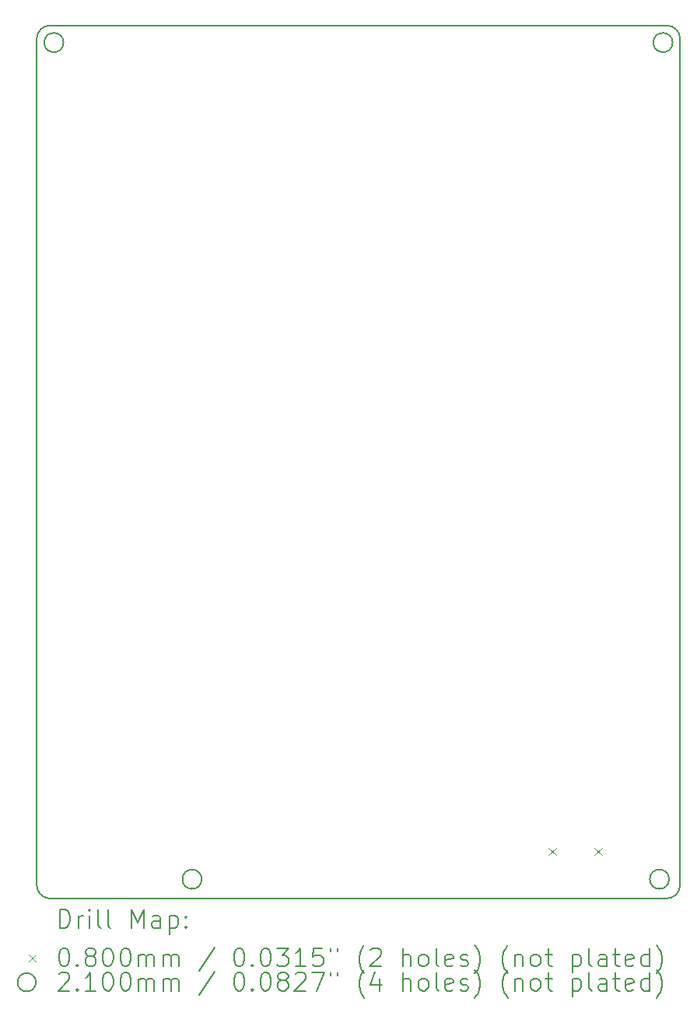
<source format=gbr>
%TF.GenerationSoftware,KiCad,Pcbnew,7.0.5*%
%TF.CreationDate,2023-07-07T20:14:55+07:00*%
%TF.ProjectId,Intership_board,496e7465-7273-4686-9970-5f626f617264,rev?*%
%TF.SameCoordinates,Original*%
%TF.FileFunction,Drillmap*%
%TF.FilePolarity,Positive*%
%FSLAX45Y45*%
G04 Gerber Fmt 4.5, Leading zero omitted, Abs format (unit mm)*
G04 Created by KiCad (PCBNEW 7.0.5) date 2023-07-07 20:14:55*
%MOMM*%
%LPD*%
G01*
G04 APERTURE LIST*
%ADD10C,0.200000*%
%ADD11C,0.080000*%
%ADD12C,0.210000*%
G04 APERTURE END LIST*
D10*
X9770661Y-14698798D02*
X3045642Y-14698798D01*
X9913620Y-5341638D02*
X9913620Y-14566718D01*
X3056339Y-5199562D02*
X9781540Y-5199562D01*
X2913562Y-14556021D02*
X2913562Y-5331642D01*
X9770661Y-14698798D02*
G75*
G03*
X9912919Y-14566718I668J141931D01*
G01*
X2913562Y-14556021D02*
G75*
G03*
X3045642Y-14698278I141931J-668D01*
G01*
X3056339Y-5199562D02*
G75*
G03*
X2914081Y-5331642I-668J-141931D01*
G01*
X9913620Y-5341638D02*
G75*
G03*
X9781540Y-5199380I-141931J668D01*
G01*
D11*
X8484500Y-14150537D02*
X8564500Y-14230537D01*
X8564500Y-14150537D02*
X8484500Y-14230537D01*
X8984500Y-14150537D02*
X9064500Y-14230537D01*
X9064500Y-14150537D02*
X8984500Y-14230537D01*
D12*
X3203800Y-5384800D02*
G75*
G03*
X3203800Y-5384800I-105000J0D01*
G01*
X4707700Y-14490700D02*
G75*
G03*
X4707700Y-14490700I-105000J0D01*
G01*
X9795100Y-14490700D02*
G75*
G03*
X9795100Y-14490700I-105000J0D01*
G01*
X9833200Y-5384800D02*
G75*
G03*
X9833200Y-5384800I-105000J0D01*
G01*
D10*
X3164337Y-15020283D02*
X3164337Y-14820283D01*
X3164337Y-14820283D02*
X3211956Y-14820283D01*
X3211956Y-14820283D02*
X3240528Y-14829807D01*
X3240528Y-14829807D02*
X3259576Y-14848854D01*
X3259576Y-14848854D02*
X3269099Y-14867902D01*
X3269099Y-14867902D02*
X3278623Y-14905997D01*
X3278623Y-14905997D02*
X3278623Y-14934569D01*
X3278623Y-14934569D02*
X3269099Y-14972664D01*
X3269099Y-14972664D02*
X3259576Y-14991712D01*
X3259576Y-14991712D02*
X3240528Y-15010759D01*
X3240528Y-15010759D02*
X3211956Y-15020283D01*
X3211956Y-15020283D02*
X3164337Y-15020283D01*
X3364337Y-15020283D02*
X3364337Y-14886950D01*
X3364337Y-14925045D02*
X3373861Y-14905997D01*
X3373861Y-14905997D02*
X3383385Y-14896473D01*
X3383385Y-14896473D02*
X3402433Y-14886950D01*
X3402433Y-14886950D02*
X3421480Y-14886950D01*
X3488147Y-15020283D02*
X3488147Y-14886950D01*
X3488147Y-14820283D02*
X3478623Y-14829807D01*
X3478623Y-14829807D02*
X3488147Y-14839331D01*
X3488147Y-14839331D02*
X3497671Y-14829807D01*
X3497671Y-14829807D02*
X3488147Y-14820283D01*
X3488147Y-14820283D02*
X3488147Y-14839331D01*
X3611956Y-15020283D02*
X3592909Y-15010759D01*
X3592909Y-15010759D02*
X3583385Y-14991712D01*
X3583385Y-14991712D02*
X3583385Y-14820283D01*
X3716718Y-15020283D02*
X3697671Y-15010759D01*
X3697671Y-15010759D02*
X3688147Y-14991712D01*
X3688147Y-14991712D02*
X3688147Y-14820283D01*
X3945290Y-15020283D02*
X3945290Y-14820283D01*
X3945290Y-14820283D02*
X4011957Y-14963140D01*
X4011957Y-14963140D02*
X4078623Y-14820283D01*
X4078623Y-14820283D02*
X4078623Y-15020283D01*
X4259576Y-15020283D02*
X4259576Y-14915521D01*
X4259576Y-14915521D02*
X4250052Y-14896473D01*
X4250052Y-14896473D02*
X4231004Y-14886950D01*
X4231004Y-14886950D02*
X4192909Y-14886950D01*
X4192909Y-14886950D02*
X4173861Y-14896473D01*
X4259576Y-15010759D02*
X4240528Y-15020283D01*
X4240528Y-15020283D02*
X4192909Y-15020283D01*
X4192909Y-15020283D02*
X4173861Y-15010759D01*
X4173861Y-15010759D02*
X4164337Y-14991712D01*
X4164337Y-14991712D02*
X4164337Y-14972664D01*
X4164337Y-14972664D02*
X4173861Y-14953616D01*
X4173861Y-14953616D02*
X4192909Y-14944093D01*
X4192909Y-14944093D02*
X4240528Y-14944093D01*
X4240528Y-14944093D02*
X4259576Y-14934569D01*
X4354814Y-14886950D02*
X4354814Y-15086950D01*
X4354814Y-14896473D02*
X4373861Y-14886950D01*
X4373861Y-14886950D02*
X4411957Y-14886950D01*
X4411957Y-14886950D02*
X4431004Y-14896473D01*
X4431004Y-14896473D02*
X4440528Y-14905997D01*
X4440528Y-14905997D02*
X4450052Y-14925045D01*
X4450052Y-14925045D02*
X4450052Y-14982188D01*
X4450052Y-14982188D02*
X4440528Y-15001235D01*
X4440528Y-15001235D02*
X4431004Y-15010759D01*
X4431004Y-15010759D02*
X4411957Y-15020283D01*
X4411957Y-15020283D02*
X4373861Y-15020283D01*
X4373861Y-15020283D02*
X4354814Y-15010759D01*
X4535766Y-15001235D02*
X4545290Y-15010759D01*
X4545290Y-15010759D02*
X4535766Y-15020283D01*
X4535766Y-15020283D02*
X4526242Y-15010759D01*
X4526242Y-15010759D02*
X4535766Y-15001235D01*
X4535766Y-15001235D02*
X4535766Y-15020283D01*
X4535766Y-14896473D02*
X4545290Y-14905997D01*
X4545290Y-14905997D02*
X4535766Y-14915521D01*
X4535766Y-14915521D02*
X4526242Y-14905997D01*
X4526242Y-14905997D02*
X4535766Y-14896473D01*
X4535766Y-14896473D02*
X4535766Y-14915521D01*
D11*
X2823561Y-15308799D02*
X2903561Y-15388799D01*
X2903561Y-15308799D02*
X2823561Y-15388799D01*
D10*
X3202433Y-15240283D02*
X3221480Y-15240283D01*
X3221480Y-15240283D02*
X3240528Y-15249807D01*
X3240528Y-15249807D02*
X3250052Y-15259331D01*
X3250052Y-15259331D02*
X3259576Y-15278378D01*
X3259576Y-15278378D02*
X3269099Y-15316473D01*
X3269099Y-15316473D02*
X3269099Y-15364093D01*
X3269099Y-15364093D02*
X3259576Y-15402188D01*
X3259576Y-15402188D02*
X3250052Y-15421235D01*
X3250052Y-15421235D02*
X3240528Y-15430759D01*
X3240528Y-15430759D02*
X3221480Y-15440283D01*
X3221480Y-15440283D02*
X3202433Y-15440283D01*
X3202433Y-15440283D02*
X3183385Y-15430759D01*
X3183385Y-15430759D02*
X3173861Y-15421235D01*
X3173861Y-15421235D02*
X3164337Y-15402188D01*
X3164337Y-15402188D02*
X3154814Y-15364093D01*
X3154814Y-15364093D02*
X3154814Y-15316473D01*
X3154814Y-15316473D02*
X3164337Y-15278378D01*
X3164337Y-15278378D02*
X3173861Y-15259331D01*
X3173861Y-15259331D02*
X3183385Y-15249807D01*
X3183385Y-15249807D02*
X3202433Y-15240283D01*
X3354814Y-15421235D02*
X3364337Y-15430759D01*
X3364337Y-15430759D02*
X3354814Y-15440283D01*
X3354814Y-15440283D02*
X3345290Y-15430759D01*
X3345290Y-15430759D02*
X3354814Y-15421235D01*
X3354814Y-15421235D02*
X3354814Y-15440283D01*
X3478623Y-15325997D02*
X3459576Y-15316473D01*
X3459576Y-15316473D02*
X3450052Y-15306950D01*
X3450052Y-15306950D02*
X3440528Y-15287902D01*
X3440528Y-15287902D02*
X3440528Y-15278378D01*
X3440528Y-15278378D02*
X3450052Y-15259331D01*
X3450052Y-15259331D02*
X3459576Y-15249807D01*
X3459576Y-15249807D02*
X3478623Y-15240283D01*
X3478623Y-15240283D02*
X3516718Y-15240283D01*
X3516718Y-15240283D02*
X3535766Y-15249807D01*
X3535766Y-15249807D02*
X3545290Y-15259331D01*
X3545290Y-15259331D02*
X3554814Y-15278378D01*
X3554814Y-15278378D02*
X3554814Y-15287902D01*
X3554814Y-15287902D02*
X3545290Y-15306950D01*
X3545290Y-15306950D02*
X3535766Y-15316473D01*
X3535766Y-15316473D02*
X3516718Y-15325997D01*
X3516718Y-15325997D02*
X3478623Y-15325997D01*
X3478623Y-15325997D02*
X3459576Y-15335521D01*
X3459576Y-15335521D02*
X3450052Y-15345045D01*
X3450052Y-15345045D02*
X3440528Y-15364093D01*
X3440528Y-15364093D02*
X3440528Y-15402188D01*
X3440528Y-15402188D02*
X3450052Y-15421235D01*
X3450052Y-15421235D02*
X3459576Y-15430759D01*
X3459576Y-15430759D02*
X3478623Y-15440283D01*
X3478623Y-15440283D02*
X3516718Y-15440283D01*
X3516718Y-15440283D02*
X3535766Y-15430759D01*
X3535766Y-15430759D02*
X3545290Y-15421235D01*
X3545290Y-15421235D02*
X3554814Y-15402188D01*
X3554814Y-15402188D02*
X3554814Y-15364093D01*
X3554814Y-15364093D02*
X3545290Y-15345045D01*
X3545290Y-15345045D02*
X3535766Y-15335521D01*
X3535766Y-15335521D02*
X3516718Y-15325997D01*
X3678623Y-15240283D02*
X3697671Y-15240283D01*
X3697671Y-15240283D02*
X3716718Y-15249807D01*
X3716718Y-15249807D02*
X3726242Y-15259331D01*
X3726242Y-15259331D02*
X3735766Y-15278378D01*
X3735766Y-15278378D02*
X3745290Y-15316473D01*
X3745290Y-15316473D02*
X3745290Y-15364093D01*
X3745290Y-15364093D02*
X3735766Y-15402188D01*
X3735766Y-15402188D02*
X3726242Y-15421235D01*
X3726242Y-15421235D02*
X3716718Y-15430759D01*
X3716718Y-15430759D02*
X3697671Y-15440283D01*
X3697671Y-15440283D02*
X3678623Y-15440283D01*
X3678623Y-15440283D02*
X3659576Y-15430759D01*
X3659576Y-15430759D02*
X3650052Y-15421235D01*
X3650052Y-15421235D02*
X3640528Y-15402188D01*
X3640528Y-15402188D02*
X3631004Y-15364093D01*
X3631004Y-15364093D02*
X3631004Y-15316473D01*
X3631004Y-15316473D02*
X3640528Y-15278378D01*
X3640528Y-15278378D02*
X3650052Y-15259331D01*
X3650052Y-15259331D02*
X3659576Y-15249807D01*
X3659576Y-15249807D02*
X3678623Y-15240283D01*
X3869099Y-15240283D02*
X3888147Y-15240283D01*
X3888147Y-15240283D02*
X3907195Y-15249807D01*
X3907195Y-15249807D02*
X3916718Y-15259331D01*
X3916718Y-15259331D02*
X3926242Y-15278378D01*
X3926242Y-15278378D02*
X3935766Y-15316473D01*
X3935766Y-15316473D02*
X3935766Y-15364093D01*
X3935766Y-15364093D02*
X3926242Y-15402188D01*
X3926242Y-15402188D02*
X3916718Y-15421235D01*
X3916718Y-15421235D02*
X3907195Y-15430759D01*
X3907195Y-15430759D02*
X3888147Y-15440283D01*
X3888147Y-15440283D02*
X3869099Y-15440283D01*
X3869099Y-15440283D02*
X3850052Y-15430759D01*
X3850052Y-15430759D02*
X3840528Y-15421235D01*
X3840528Y-15421235D02*
X3831004Y-15402188D01*
X3831004Y-15402188D02*
X3821480Y-15364093D01*
X3821480Y-15364093D02*
X3821480Y-15316473D01*
X3821480Y-15316473D02*
X3831004Y-15278378D01*
X3831004Y-15278378D02*
X3840528Y-15259331D01*
X3840528Y-15259331D02*
X3850052Y-15249807D01*
X3850052Y-15249807D02*
X3869099Y-15240283D01*
X4021480Y-15440283D02*
X4021480Y-15306950D01*
X4021480Y-15325997D02*
X4031004Y-15316473D01*
X4031004Y-15316473D02*
X4050052Y-15306950D01*
X4050052Y-15306950D02*
X4078623Y-15306950D01*
X4078623Y-15306950D02*
X4097671Y-15316473D01*
X4097671Y-15316473D02*
X4107195Y-15335521D01*
X4107195Y-15335521D02*
X4107195Y-15440283D01*
X4107195Y-15335521D02*
X4116718Y-15316473D01*
X4116718Y-15316473D02*
X4135766Y-15306950D01*
X4135766Y-15306950D02*
X4164337Y-15306950D01*
X4164337Y-15306950D02*
X4183385Y-15316473D01*
X4183385Y-15316473D02*
X4192909Y-15335521D01*
X4192909Y-15335521D02*
X4192909Y-15440283D01*
X4288147Y-15440283D02*
X4288147Y-15306950D01*
X4288147Y-15325997D02*
X4297671Y-15316473D01*
X4297671Y-15316473D02*
X4316719Y-15306950D01*
X4316719Y-15306950D02*
X4345290Y-15306950D01*
X4345290Y-15306950D02*
X4364338Y-15316473D01*
X4364338Y-15316473D02*
X4373861Y-15335521D01*
X4373861Y-15335521D02*
X4373861Y-15440283D01*
X4373861Y-15335521D02*
X4383385Y-15316473D01*
X4383385Y-15316473D02*
X4402433Y-15306950D01*
X4402433Y-15306950D02*
X4431004Y-15306950D01*
X4431004Y-15306950D02*
X4450052Y-15316473D01*
X4450052Y-15316473D02*
X4459576Y-15335521D01*
X4459576Y-15335521D02*
X4459576Y-15440283D01*
X4850052Y-15230759D02*
X4678623Y-15487902D01*
X5107195Y-15240283D02*
X5126243Y-15240283D01*
X5126243Y-15240283D02*
X5145290Y-15249807D01*
X5145290Y-15249807D02*
X5154814Y-15259331D01*
X5154814Y-15259331D02*
X5164338Y-15278378D01*
X5164338Y-15278378D02*
X5173862Y-15316473D01*
X5173862Y-15316473D02*
X5173862Y-15364093D01*
X5173862Y-15364093D02*
X5164338Y-15402188D01*
X5164338Y-15402188D02*
X5154814Y-15421235D01*
X5154814Y-15421235D02*
X5145290Y-15430759D01*
X5145290Y-15430759D02*
X5126243Y-15440283D01*
X5126243Y-15440283D02*
X5107195Y-15440283D01*
X5107195Y-15440283D02*
X5088147Y-15430759D01*
X5088147Y-15430759D02*
X5078623Y-15421235D01*
X5078623Y-15421235D02*
X5069100Y-15402188D01*
X5069100Y-15402188D02*
X5059576Y-15364093D01*
X5059576Y-15364093D02*
X5059576Y-15316473D01*
X5059576Y-15316473D02*
X5069100Y-15278378D01*
X5069100Y-15278378D02*
X5078623Y-15259331D01*
X5078623Y-15259331D02*
X5088147Y-15249807D01*
X5088147Y-15249807D02*
X5107195Y-15240283D01*
X5259576Y-15421235D02*
X5269100Y-15430759D01*
X5269100Y-15430759D02*
X5259576Y-15440283D01*
X5259576Y-15440283D02*
X5250052Y-15430759D01*
X5250052Y-15430759D02*
X5259576Y-15421235D01*
X5259576Y-15421235D02*
X5259576Y-15440283D01*
X5392909Y-15240283D02*
X5411957Y-15240283D01*
X5411957Y-15240283D02*
X5431004Y-15249807D01*
X5431004Y-15249807D02*
X5440528Y-15259331D01*
X5440528Y-15259331D02*
X5450052Y-15278378D01*
X5450052Y-15278378D02*
X5459576Y-15316473D01*
X5459576Y-15316473D02*
X5459576Y-15364093D01*
X5459576Y-15364093D02*
X5450052Y-15402188D01*
X5450052Y-15402188D02*
X5440528Y-15421235D01*
X5440528Y-15421235D02*
X5431004Y-15430759D01*
X5431004Y-15430759D02*
X5411957Y-15440283D01*
X5411957Y-15440283D02*
X5392909Y-15440283D01*
X5392909Y-15440283D02*
X5373862Y-15430759D01*
X5373862Y-15430759D02*
X5364338Y-15421235D01*
X5364338Y-15421235D02*
X5354814Y-15402188D01*
X5354814Y-15402188D02*
X5345290Y-15364093D01*
X5345290Y-15364093D02*
X5345290Y-15316473D01*
X5345290Y-15316473D02*
X5354814Y-15278378D01*
X5354814Y-15278378D02*
X5364338Y-15259331D01*
X5364338Y-15259331D02*
X5373862Y-15249807D01*
X5373862Y-15249807D02*
X5392909Y-15240283D01*
X5526243Y-15240283D02*
X5650052Y-15240283D01*
X5650052Y-15240283D02*
X5583385Y-15316473D01*
X5583385Y-15316473D02*
X5611957Y-15316473D01*
X5611957Y-15316473D02*
X5631004Y-15325997D01*
X5631004Y-15325997D02*
X5640528Y-15335521D01*
X5640528Y-15335521D02*
X5650052Y-15354569D01*
X5650052Y-15354569D02*
X5650052Y-15402188D01*
X5650052Y-15402188D02*
X5640528Y-15421235D01*
X5640528Y-15421235D02*
X5631004Y-15430759D01*
X5631004Y-15430759D02*
X5611957Y-15440283D01*
X5611957Y-15440283D02*
X5554814Y-15440283D01*
X5554814Y-15440283D02*
X5535766Y-15430759D01*
X5535766Y-15430759D02*
X5526243Y-15421235D01*
X5840528Y-15440283D02*
X5726242Y-15440283D01*
X5783385Y-15440283D02*
X5783385Y-15240283D01*
X5783385Y-15240283D02*
X5764338Y-15268854D01*
X5764338Y-15268854D02*
X5745290Y-15287902D01*
X5745290Y-15287902D02*
X5726242Y-15297426D01*
X6021481Y-15240283D02*
X5926242Y-15240283D01*
X5926242Y-15240283D02*
X5916719Y-15335521D01*
X5916719Y-15335521D02*
X5926242Y-15325997D01*
X5926242Y-15325997D02*
X5945290Y-15316473D01*
X5945290Y-15316473D02*
X5992909Y-15316473D01*
X5992909Y-15316473D02*
X6011957Y-15325997D01*
X6011957Y-15325997D02*
X6021481Y-15335521D01*
X6021481Y-15335521D02*
X6031004Y-15354569D01*
X6031004Y-15354569D02*
X6031004Y-15402188D01*
X6031004Y-15402188D02*
X6021481Y-15421235D01*
X6021481Y-15421235D02*
X6011957Y-15430759D01*
X6011957Y-15430759D02*
X5992909Y-15440283D01*
X5992909Y-15440283D02*
X5945290Y-15440283D01*
X5945290Y-15440283D02*
X5926242Y-15430759D01*
X5926242Y-15430759D02*
X5916719Y-15421235D01*
X6107195Y-15240283D02*
X6107195Y-15278378D01*
X6183385Y-15240283D02*
X6183385Y-15278378D01*
X6478624Y-15516473D02*
X6469100Y-15506950D01*
X6469100Y-15506950D02*
X6450052Y-15478378D01*
X6450052Y-15478378D02*
X6440528Y-15459331D01*
X6440528Y-15459331D02*
X6431004Y-15430759D01*
X6431004Y-15430759D02*
X6421481Y-15383140D01*
X6421481Y-15383140D02*
X6421481Y-15345045D01*
X6421481Y-15345045D02*
X6431004Y-15297426D01*
X6431004Y-15297426D02*
X6440528Y-15268854D01*
X6440528Y-15268854D02*
X6450052Y-15249807D01*
X6450052Y-15249807D02*
X6469100Y-15221235D01*
X6469100Y-15221235D02*
X6478624Y-15211712D01*
X6545290Y-15259331D02*
X6554814Y-15249807D01*
X6554814Y-15249807D02*
X6573862Y-15240283D01*
X6573862Y-15240283D02*
X6621481Y-15240283D01*
X6621481Y-15240283D02*
X6640528Y-15249807D01*
X6640528Y-15249807D02*
X6650052Y-15259331D01*
X6650052Y-15259331D02*
X6659576Y-15278378D01*
X6659576Y-15278378D02*
X6659576Y-15297426D01*
X6659576Y-15297426D02*
X6650052Y-15325997D01*
X6650052Y-15325997D02*
X6535766Y-15440283D01*
X6535766Y-15440283D02*
X6659576Y-15440283D01*
X6897671Y-15440283D02*
X6897671Y-15240283D01*
X6983385Y-15440283D02*
X6983385Y-15335521D01*
X6983385Y-15335521D02*
X6973862Y-15316473D01*
X6973862Y-15316473D02*
X6954814Y-15306950D01*
X6954814Y-15306950D02*
X6926243Y-15306950D01*
X6926243Y-15306950D02*
X6907195Y-15316473D01*
X6907195Y-15316473D02*
X6897671Y-15325997D01*
X7107195Y-15440283D02*
X7088147Y-15430759D01*
X7088147Y-15430759D02*
X7078624Y-15421235D01*
X7078624Y-15421235D02*
X7069100Y-15402188D01*
X7069100Y-15402188D02*
X7069100Y-15345045D01*
X7069100Y-15345045D02*
X7078624Y-15325997D01*
X7078624Y-15325997D02*
X7088147Y-15316473D01*
X7088147Y-15316473D02*
X7107195Y-15306950D01*
X7107195Y-15306950D02*
X7135766Y-15306950D01*
X7135766Y-15306950D02*
X7154814Y-15316473D01*
X7154814Y-15316473D02*
X7164338Y-15325997D01*
X7164338Y-15325997D02*
X7173862Y-15345045D01*
X7173862Y-15345045D02*
X7173862Y-15402188D01*
X7173862Y-15402188D02*
X7164338Y-15421235D01*
X7164338Y-15421235D02*
X7154814Y-15430759D01*
X7154814Y-15430759D02*
X7135766Y-15440283D01*
X7135766Y-15440283D02*
X7107195Y-15440283D01*
X7288147Y-15440283D02*
X7269100Y-15430759D01*
X7269100Y-15430759D02*
X7259576Y-15411712D01*
X7259576Y-15411712D02*
X7259576Y-15240283D01*
X7440528Y-15430759D02*
X7421481Y-15440283D01*
X7421481Y-15440283D02*
X7383385Y-15440283D01*
X7383385Y-15440283D02*
X7364338Y-15430759D01*
X7364338Y-15430759D02*
X7354814Y-15411712D01*
X7354814Y-15411712D02*
X7354814Y-15335521D01*
X7354814Y-15335521D02*
X7364338Y-15316473D01*
X7364338Y-15316473D02*
X7383385Y-15306950D01*
X7383385Y-15306950D02*
X7421481Y-15306950D01*
X7421481Y-15306950D02*
X7440528Y-15316473D01*
X7440528Y-15316473D02*
X7450052Y-15335521D01*
X7450052Y-15335521D02*
X7450052Y-15354569D01*
X7450052Y-15354569D02*
X7354814Y-15373616D01*
X7526243Y-15430759D02*
X7545290Y-15440283D01*
X7545290Y-15440283D02*
X7583385Y-15440283D01*
X7583385Y-15440283D02*
X7602433Y-15430759D01*
X7602433Y-15430759D02*
X7611957Y-15411712D01*
X7611957Y-15411712D02*
X7611957Y-15402188D01*
X7611957Y-15402188D02*
X7602433Y-15383140D01*
X7602433Y-15383140D02*
X7583385Y-15373616D01*
X7583385Y-15373616D02*
X7554814Y-15373616D01*
X7554814Y-15373616D02*
X7535766Y-15364093D01*
X7535766Y-15364093D02*
X7526243Y-15345045D01*
X7526243Y-15345045D02*
X7526243Y-15335521D01*
X7526243Y-15335521D02*
X7535766Y-15316473D01*
X7535766Y-15316473D02*
X7554814Y-15306950D01*
X7554814Y-15306950D02*
X7583385Y-15306950D01*
X7583385Y-15306950D02*
X7602433Y-15316473D01*
X7678624Y-15516473D02*
X7688147Y-15506950D01*
X7688147Y-15506950D02*
X7707195Y-15478378D01*
X7707195Y-15478378D02*
X7716719Y-15459331D01*
X7716719Y-15459331D02*
X7726243Y-15430759D01*
X7726243Y-15430759D02*
X7735766Y-15383140D01*
X7735766Y-15383140D02*
X7735766Y-15345045D01*
X7735766Y-15345045D02*
X7726243Y-15297426D01*
X7726243Y-15297426D02*
X7716719Y-15268854D01*
X7716719Y-15268854D02*
X7707195Y-15249807D01*
X7707195Y-15249807D02*
X7688147Y-15221235D01*
X7688147Y-15221235D02*
X7678624Y-15211712D01*
X8040528Y-15516473D02*
X8031005Y-15506950D01*
X8031005Y-15506950D02*
X8011957Y-15478378D01*
X8011957Y-15478378D02*
X8002433Y-15459331D01*
X8002433Y-15459331D02*
X7992909Y-15430759D01*
X7992909Y-15430759D02*
X7983386Y-15383140D01*
X7983386Y-15383140D02*
X7983386Y-15345045D01*
X7983386Y-15345045D02*
X7992909Y-15297426D01*
X7992909Y-15297426D02*
X8002433Y-15268854D01*
X8002433Y-15268854D02*
X8011957Y-15249807D01*
X8011957Y-15249807D02*
X8031005Y-15221235D01*
X8031005Y-15221235D02*
X8040528Y-15211712D01*
X8116719Y-15306950D02*
X8116719Y-15440283D01*
X8116719Y-15325997D02*
X8126243Y-15316473D01*
X8126243Y-15316473D02*
X8145290Y-15306950D01*
X8145290Y-15306950D02*
X8173862Y-15306950D01*
X8173862Y-15306950D02*
X8192909Y-15316473D01*
X8192909Y-15316473D02*
X8202433Y-15335521D01*
X8202433Y-15335521D02*
X8202433Y-15440283D01*
X8326243Y-15440283D02*
X8307195Y-15430759D01*
X8307195Y-15430759D02*
X8297671Y-15421235D01*
X8297671Y-15421235D02*
X8288147Y-15402188D01*
X8288147Y-15402188D02*
X8288147Y-15345045D01*
X8288147Y-15345045D02*
X8297671Y-15325997D01*
X8297671Y-15325997D02*
X8307195Y-15316473D01*
X8307195Y-15316473D02*
X8326243Y-15306950D01*
X8326243Y-15306950D02*
X8354814Y-15306950D01*
X8354814Y-15306950D02*
X8373862Y-15316473D01*
X8373862Y-15316473D02*
X8383386Y-15325997D01*
X8383386Y-15325997D02*
X8392909Y-15345045D01*
X8392909Y-15345045D02*
X8392909Y-15402188D01*
X8392909Y-15402188D02*
X8383386Y-15421235D01*
X8383386Y-15421235D02*
X8373862Y-15430759D01*
X8373862Y-15430759D02*
X8354814Y-15440283D01*
X8354814Y-15440283D02*
X8326243Y-15440283D01*
X8450052Y-15306950D02*
X8526243Y-15306950D01*
X8478624Y-15240283D02*
X8478624Y-15411712D01*
X8478624Y-15411712D02*
X8488148Y-15430759D01*
X8488148Y-15430759D02*
X8507195Y-15440283D01*
X8507195Y-15440283D02*
X8526243Y-15440283D01*
X8745290Y-15306950D02*
X8745290Y-15506950D01*
X8745290Y-15316473D02*
X8764338Y-15306950D01*
X8764338Y-15306950D02*
X8802433Y-15306950D01*
X8802433Y-15306950D02*
X8821481Y-15316473D01*
X8821481Y-15316473D02*
X8831005Y-15325997D01*
X8831005Y-15325997D02*
X8840529Y-15345045D01*
X8840529Y-15345045D02*
X8840529Y-15402188D01*
X8840529Y-15402188D02*
X8831005Y-15421235D01*
X8831005Y-15421235D02*
X8821481Y-15430759D01*
X8821481Y-15430759D02*
X8802433Y-15440283D01*
X8802433Y-15440283D02*
X8764338Y-15440283D01*
X8764338Y-15440283D02*
X8745290Y-15430759D01*
X8954814Y-15440283D02*
X8935767Y-15430759D01*
X8935767Y-15430759D02*
X8926243Y-15411712D01*
X8926243Y-15411712D02*
X8926243Y-15240283D01*
X9116719Y-15440283D02*
X9116719Y-15335521D01*
X9116719Y-15335521D02*
X9107195Y-15316473D01*
X9107195Y-15316473D02*
X9088148Y-15306950D01*
X9088148Y-15306950D02*
X9050052Y-15306950D01*
X9050052Y-15306950D02*
X9031005Y-15316473D01*
X9116719Y-15430759D02*
X9097671Y-15440283D01*
X9097671Y-15440283D02*
X9050052Y-15440283D01*
X9050052Y-15440283D02*
X9031005Y-15430759D01*
X9031005Y-15430759D02*
X9021481Y-15411712D01*
X9021481Y-15411712D02*
X9021481Y-15392664D01*
X9021481Y-15392664D02*
X9031005Y-15373616D01*
X9031005Y-15373616D02*
X9050052Y-15364093D01*
X9050052Y-15364093D02*
X9097671Y-15364093D01*
X9097671Y-15364093D02*
X9116719Y-15354569D01*
X9183386Y-15306950D02*
X9259576Y-15306950D01*
X9211957Y-15240283D02*
X9211957Y-15411712D01*
X9211957Y-15411712D02*
X9221481Y-15430759D01*
X9221481Y-15430759D02*
X9240529Y-15440283D01*
X9240529Y-15440283D02*
X9259576Y-15440283D01*
X9402433Y-15430759D02*
X9383386Y-15440283D01*
X9383386Y-15440283D02*
X9345290Y-15440283D01*
X9345290Y-15440283D02*
X9326243Y-15430759D01*
X9326243Y-15430759D02*
X9316719Y-15411712D01*
X9316719Y-15411712D02*
X9316719Y-15335521D01*
X9316719Y-15335521D02*
X9326243Y-15316473D01*
X9326243Y-15316473D02*
X9345290Y-15306950D01*
X9345290Y-15306950D02*
X9383386Y-15306950D01*
X9383386Y-15306950D02*
X9402433Y-15316473D01*
X9402433Y-15316473D02*
X9411957Y-15335521D01*
X9411957Y-15335521D02*
X9411957Y-15354569D01*
X9411957Y-15354569D02*
X9316719Y-15373616D01*
X9583386Y-15440283D02*
X9583386Y-15240283D01*
X9583386Y-15430759D02*
X9564338Y-15440283D01*
X9564338Y-15440283D02*
X9526243Y-15440283D01*
X9526243Y-15440283D02*
X9507195Y-15430759D01*
X9507195Y-15430759D02*
X9497671Y-15421235D01*
X9497671Y-15421235D02*
X9488148Y-15402188D01*
X9488148Y-15402188D02*
X9488148Y-15345045D01*
X9488148Y-15345045D02*
X9497671Y-15325997D01*
X9497671Y-15325997D02*
X9507195Y-15316473D01*
X9507195Y-15316473D02*
X9526243Y-15306950D01*
X9526243Y-15306950D02*
X9564338Y-15306950D01*
X9564338Y-15306950D02*
X9583386Y-15316473D01*
X9659576Y-15516473D02*
X9669100Y-15506950D01*
X9669100Y-15506950D02*
X9688148Y-15478378D01*
X9688148Y-15478378D02*
X9697671Y-15459331D01*
X9697671Y-15459331D02*
X9707195Y-15430759D01*
X9707195Y-15430759D02*
X9716719Y-15383140D01*
X9716719Y-15383140D02*
X9716719Y-15345045D01*
X9716719Y-15345045D02*
X9707195Y-15297426D01*
X9707195Y-15297426D02*
X9697671Y-15268854D01*
X9697671Y-15268854D02*
X9688148Y-15249807D01*
X9688148Y-15249807D02*
X9669100Y-15221235D01*
X9669100Y-15221235D02*
X9659576Y-15211712D01*
X2903561Y-15612799D02*
G75*
G03*
X2903561Y-15612799I-100000J0D01*
G01*
X3154814Y-15523331D02*
X3164337Y-15513807D01*
X3164337Y-15513807D02*
X3183385Y-15504283D01*
X3183385Y-15504283D02*
X3231004Y-15504283D01*
X3231004Y-15504283D02*
X3250052Y-15513807D01*
X3250052Y-15513807D02*
X3259576Y-15523331D01*
X3259576Y-15523331D02*
X3269099Y-15542378D01*
X3269099Y-15542378D02*
X3269099Y-15561426D01*
X3269099Y-15561426D02*
X3259576Y-15589997D01*
X3259576Y-15589997D02*
X3145290Y-15704283D01*
X3145290Y-15704283D02*
X3269099Y-15704283D01*
X3354814Y-15685235D02*
X3364337Y-15694759D01*
X3364337Y-15694759D02*
X3354814Y-15704283D01*
X3354814Y-15704283D02*
X3345290Y-15694759D01*
X3345290Y-15694759D02*
X3354814Y-15685235D01*
X3354814Y-15685235D02*
X3354814Y-15704283D01*
X3554814Y-15704283D02*
X3440528Y-15704283D01*
X3497671Y-15704283D02*
X3497671Y-15504283D01*
X3497671Y-15504283D02*
X3478623Y-15532854D01*
X3478623Y-15532854D02*
X3459576Y-15551902D01*
X3459576Y-15551902D02*
X3440528Y-15561426D01*
X3678623Y-15504283D02*
X3697671Y-15504283D01*
X3697671Y-15504283D02*
X3716718Y-15513807D01*
X3716718Y-15513807D02*
X3726242Y-15523331D01*
X3726242Y-15523331D02*
X3735766Y-15542378D01*
X3735766Y-15542378D02*
X3745290Y-15580473D01*
X3745290Y-15580473D02*
X3745290Y-15628093D01*
X3745290Y-15628093D02*
X3735766Y-15666188D01*
X3735766Y-15666188D02*
X3726242Y-15685235D01*
X3726242Y-15685235D02*
X3716718Y-15694759D01*
X3716718Y-15694759D02*
X3697671Y-15704283D01*
X3697671Y-15704283D02*
X3678623Y-15704283D01*
X3678623Y-15704283D02*
X3659576Y-15694759D01*
X3659576Y-15694759D02*
X3650052Y-15685235D01*
X3650052Y-15685235D02*
X3640528Y-15666188D01*
X3640528Y-15666188D02*
X3631004Y-15628093D01*
X3631004Y-15628093D02*
X3631004Y-15580473D01*
X3631004Y-15580473D02*
X3640528Y-15542378D01*
X3640528Y-15542378D02*
X3650052Y-15523331D01*
X3650052Y-15523331D02*
X3659576Y-15513807D01*
X3659576Y-15513807D02*
X3678623Y-15504283D01*
X3869099Y-15504283D02*
X3888147Y-15504283D01*
X3888147Y-15504283D02*
X3907195Y-15513807D01*
X3907195Y-15513807D02*
X3916718Y-15523331D01*
X3916718Y-15523331D02*
X3926242Y-15542378D01*
X3926242Y-15542378D02*
X3935766Y-15580473D01*
X3935766Y-15580473D02*
X3935766Y-15628093D01*
X3935766Y-15628093D02*
X3926242Y-15666188D01*
X3926242Y-15666188D02*
X3916718Y-15685235D01*
X3916718Y-15685235D02*
X3907195Y-15694759D01*
X3907195Y-15694759D02*
X3888147Y-15704283D01*
X3888147Y-15704283D02*
X3869099Y-15704283D01*
X3869099Y-15704283D02*
X3850052Y-15694759D01*
X3850052Y-15694759D02*
X3840528Y-15685235D01*
X3840528Y-15685235D02*
X3831004Y-15666188D01*
X3831004Y-15666188D02*
X3821480Y-15628093D01*
X3821480Y-15628093D02*
X3821480Y-15580473D01*
X3821480Y-15580473D02*
X3831004Y-15542378D01*
X3831004Y-15542378D02*
X3840528Y-15523331D01*
X3840528Y-15523331D02*
X3850052Y-15513807D01*
X3850052Y-15513807D02*
X3869099Y-15504283D01*
X4021480Y-15704283D02*
X4021480Y-15570950D01*
X4021480Y-15589997D02*
X4031004Y-15580473D01*
X4031004Y-15580473D02*
X4050052Y-15570950D01*
X4050052Y-15570950D02*
X4078623Y-15570950D01*
X4078623Y-15570950D02*
X4097671Y-15580473D01*
X4097671Y-15580473D02*
X4107195Y-15599521D01*
X4107195Y-15599521D02*
X4107195Y-15704283D01*
X4107195Y-15599521D02*
X4116718Y-15580473D01*
X4116718Y-15580473D02*
X4135766Y-15570950D01*
X4135766Y-15570950D02*
X4164337Y-15570950D01*
X4164337Y-15570950D02*
X4183385Y-15580473D01*
X4183385Y-15580473D02*
X4192909Y-15599521D01*
X4192909Y-15599521D02*
X4192909Y-15704283D01*
X4288147Y-15704283D02*
X4288147Y-15570950D01*
X4288147Y-15589997D02*
X4297671Y-15580473D01*
X4297671Y-15580473D02*
X4316719Y-15570950D01*
X4316719Y-15570950D02*
X4345290Y-15570950D01*
X4345290Y-15570950D02*
X4364338Y-15580473D01*
X4364338Y-15580473D02*
X4373861Y-15599521D01*
X4373861Y-15599521D02*
X4373861Y-15704283D01*
X4373861Y-15599521D02*
X4383385Y-15580473D01*
X4383385Y-15580473D02*
X4402433Y-15570950D01*
X4402433Y-15570950D02*
X4431004Y-15570950D01*
X4431004Y-15570950D02*
X4450052Y-15580473D01*
X4450052Y-15580473D02*
X4459576Y-15599521D01*
X4459576Y-15599521D02*
X4459576Y-15704283D01*
X4850052Y-15494759D02*
X4678623Y-15751902D01*
X5107195Y-15504283D02*
X5126243Y-15504283D01*
X5126243Y-15504283D02*
X5145290Y-15513807D01*
X5145290Y-15513807D02*
X5154814Y-15523331D01*
X5154814Y-15523331D02*
X5164338Y-15542378D01*
X5164338Y-15542378D02*
X5173862Y-15580473D01*
X5173862Y-15580473D02*
X5173862Y-15628093D01*
X5173862Y-15628093D02*
X5164338Y-15666188D01*
X5164338Y-15666188D02*
X5154814Y-15685235D01*
X5154814Y-15685235D02*
X5145290Y-15694759D01*
X5145290Y-15694759D02*
X5126243Y-15704283D01*
X5126243Y-15704283D02*
X5107195Y-15704283D01*
X5107195Y-15704283D02*
X5088147Y-15694759D01*
X5088147Y-15694759D02*
X5078623Y-15685235D01*
X5078623Y-15685235D02*
X5069100Y-15666188D01*
X5069100Y-15666188D02*
X5059576Y-15628093D01*
X5059576Y-15628093D02*
X5059576Y-15580473D01*
X5059576Y-15580473D02*
X5069100Y-15542378D01*
X5069100Y-15542378D02*
X5078623Y-15523331D01*
X5078623Y-15523331D02*
X5088147Y-15513807D01*
X5088147Y-15513807D02*
X5107195Y-15504283D01*
X5259576Y-15685235D02*
X5269100Y-15694759D01*
X5269100Y-15694759D02*
X5259576Y-15704283D01*
X5259576Y-15704283D02*
X5250052Y-15694759D01*
X5250052Y-15694759D02*
X5259576Y-15685235D01*
X5259576Y-15685235D02*
X5259576Y-15704283D01*
X5392909Y-15504283D02*
X5411957Y-15504283D01*
X5411957Y-15504283D02*
X5431004Y-15513807D01*
X5431004Y-15513807D02*
X5440528Y-15523331D01*
X5440528Y-15523331D02*
X5450052Y-15542378D01*
X5450052Y-15542378D02*
X5459576Y-15580473D01*
X5459576Y-15580473D02*
X5459576Y-15628093D01*
X5459576Y-15628093D02*
X5450052Y-15666188D01*
X5450052Y-15666188D02*
X5440528Y-15685235D01*
X5440528Y-15685235D02*
X5431004Y-15694759D01*
X5431004Y-15694759D02*
X5411957Y-15704283D01*
X5411957Y-15704283D02*
X5392909Y-15704283D01*
X5392909Y-15704283D02*
X5373862Y-15694759D01*
X5373862Y-15694759D02*
X5364338Y-15685235D01*
X5364338Y-15685235D02*
X5354814Y-15666188D01*
X5354814Y-15666188D02*
X5345290Y-15628093D01*
X5345290Y-15628093D02*
X5345290Y-15580473D01*
X5345290Y-15580473D02*
X5354814Y-15542378D01*
X5354814Y-15542378D02*
X5364338Y-15523331D01*
X5364338Y-15523331D02*
X5373862Y-15513807D01*
X5373862Y-15513807D02*
X5392909Y-15504283D01*
X5573862Y-15589997D02*
X5554814Y-15580473D01*
X5554814Y-15580473D02*
X5545290Y-15570950D01*
X5545290Y-15570950D02*
X5535766Y-15551902D01*
X5535766Y-15551902D02*
X5535766Y-15542378D01*
X5535766Y-15542378D02*
X5545290Y-15523331D01*
X5545290Y-15523331D02*
X5554814Y-15513807D01*
X5554814Y-15513807D02*
X5573862Y-15504283D01*
X5573862Y-15504283D02*
X5611957Y-15504283D01*
X5611957Y-15504283D02*
X5631004Y-15513807D01*
X5631004Y-15513807D02*
X5640528Y-15523331D01*
X5640528Y-15523331D02*
X5650052Y-15542378D01*
X5650052Y-15542378D02*
X5650052Y-15551902D01*
X5650052Y-15551902D02*
X5640528Y-15570950D01*
X5640528Y-15570950D02*
X5631004Y-15580473D01*
X5631004Y-15580473D02*
X5611957Y-15589997D01*
X5611957Y-15589997D02*
X5573862Y-15589997D01*
X5573862Y-15589997D02*
X5554814Y-15599521D01*
X5554814Y-15599521D02*
X5545290Y-15609045D01*
X5545290Y-15609045D02*
X5535766Y-15628093D01*
X5535766Y-15628093D02*
X5535766Y-15666188D01*
X5535766Y-15666188D02*
X5545290Y-15685235D01*
X5545290Y-15685235D02*
X5554814Y-15694759D01*
X5554814Y-15694759D02*
X5573862Y-15704283D01*
X5573862Y-15704283D02*
X5611957Y-15704283D01*
X5611957Y-15704283D02*
X5631004Y-15694759D01*
X5631004Y-15694759D02*
X5640528Y-15685235D01*
X5640528Y-15685235D02*
X5650052Y-15666188D01*
X5650052Y-15666188D02*
X5650052Y-15628093D01*
X5650052Y-15628093D02*
X5640528Y-15609045D01*
X5640528Y-15609045D02*
X5631004Y-15599521D01*
X5631004Y-15599521D02*
X5611957Y-15589997D01*
X5726242Y-15523331D02*
X5735766Y-15513807D01*
X5735766Y-15513807D02*
X5754814Y-15504283D01*
X5754814Y-15504283D02*
X5802433Y-15504283D01*
X5802433Y-15504283D02*
X5821481Y-15513807D01*
X5821481Y-15513807D02*
X5831004Y-15523331D01*
X5831004Y-15523331D02*
X5840528Y-15542378D01*
X5840528Y-15542378D02*
X5840528Y-15561426D01*
X5840528Y-15561426D02*
X5831004Y-15589997D01*
X5831004Y-15589997D02*
X5716719Y-15704283D01*
X5716719Y-15704283D02*
X5840528Y-15704283D01*
X5907195Y-15504283D02*
X6040528Y-15504283D01*
X6040528Y-15504283D02*
X5954814Y-15704283D01*
X6107195Y-15504283D02*
X6107195Y-15542378D01*
X6183385Y-15504283D02*
X6183385Y-15542378D01*
X6478624Y-15780473D02*
X6469100Y-15770950D01*
X6469100Y-15770950D02*
X6450052Y-15742378D01*
X6450052Y-15742378D02*
X6440528Y-15723331D01*
X6440528Y-15723331D02*
X6431004Y-15694759D01*
X6431004Y-15694759D02*
X6421481Y-15647140D01*
X6421481Y-15647140D02*
X6421481Y-15609045D01*
X6421481Y-15609045D02*
X6431004Y-15561426D01*
X6431004Y-15561426D02*
X6440528Y-15532854D01*
X6440528Y-15532854D02*
X6450052Y-15513807D01*
X6450052Y-15513807D02*
X6469100Y-15485235D01*
X6469100Y-15485235D02*
X6478624Y-15475712D01*
X6640528Y-15570950D02*
X6640528Y-15704283D01*
X6592909Y-15494759D02*
X6545290Y-15637616D01*
X6545290Y-15637616D02*
X6669100Y-15637616D01*
X6897671Y-15704283D02*
X6897671Y-15504283D01*
X6983385Y-15704283D02*
X6983385Y-15599521D01*
X6983385Y-15599521D02*
X6973862Y-15580473D01*
X6973862Y-15580473D02*
X6954814Y-15570950D01*
X6954814Y-15570950D02*
X6926243Y-15570950D01*
X6926243Y-15570950D02*
X6907195Y-15580473D01*
X6907195Y-15580473D02*
X6897671Y-15589997D01*
X7107195Y-15704283D02*
X7088147Y-15694759D01*
X7088147Y-15694759D02*
X7078624Y-15685235D01*
X7078624Y-15685235D02*
X7069100Y-15666188D01*
X7069100Y-15666188D02*
X7069100Y-15609045D01*
X7069100Y-15609045D02*
X7078624Y-15589997D01*
X7078624Y-15589997D02*
X7088147Y-15580473D01*
X7088147Y-15580473D02*
X7107195Y-15570950D01*
X7107195Y-15570950D02*
X7135766Y-15570950D01*
X7135766Y-15570950D02*
X7154814Y-15580473D01*
X7154814Y-15580473D02*
X7164338Y-15589997D01*
X7164338Y-15589997D02*
X7173862Y-15609045D01*
X7173862Y-15609045D02*
X7173862Y-15666188D01*
X7173862Y-15666188D02*
X7164338Y-15685235D01*
X7164338Y-15685235D02*
X7154814Y-15694759D01*
X7154814Y-15694759D02*
X7135766Y-15704283D01*
X7135766Y-15704283D02*
X7107195Y-15704283D01*
X7288147Y-15704283D02*
X7269100Y-15694759D01*
X7269100Y-15694759D02*
X7259576Y-15675712D01*
X7259576Y-15675712D02*
X7259576Y-15504283D01*
X7440528Y-15694759D02*
X7421481Y-15704283D01*
X7421481Y-15704283D02*
X7383385Y-15704283D01*
X7383385Y-15704283D02*
X7364338Y-15694759D01*
X7364338Y-15694759D02*
X7354814Y-15675712D01*
X7354814Y-15675712D02*
X7354814Y-15599521D01*
X7354814Y-15599521D02*
X7364338Y-15580473D01*
X7364338Y-15580473D02*
X7383385Y-15570950D01*
X7383385Y-15570950D02*
X7421481Y-15570950D01*
X7421481Y-15570950D02*
X7440528Y-15580473D01*
X7440528Y-15580473D02*
X7450052Y-15599521D01*
X7450052Y-15599521D02*
X7450052Y-15618569D01*
X7450052Y-15618569D02*
X7354814Y-15637616D01*
X7526243Y-15694759D02*
X7545290Y-15704283D01*
X7545290Y-15704283D02*
X7583385Y-15704283D01*
X7583385Y-15704283D02*
X7602433Y-15694759D01*
X7602433Y-15694759D02*
X7611957Y-15675712D01*
X7611957Y-15675712D02*
X7611957Y-15666188D01*
X7611957Y-15666188D02*
X7602433Y-15647140D01*
X7602433Y-15647140D02*
X7583385Y-15637616D01*
X7583385Y-15637616D02*
X7554814Y-15637616D01*
X7554814Y-15637616D02*
X7535766Y-15628093D01*
X7535766Y-15628093D02*
X7526243Y-15609045D01*
X7526243Y-15609045D02*
X7526243Y-15599521D01*
X7526243Y-15599521D02*
X7535766Y-15580473D01*
X7535766Y-15580473D02*
X7554814Y-15570950D01*
X7554814Y-15570950D02*
X7583385Y-15570950D01*
X7583385Y-15570950D02*
X7602433Y-15580473D01*
X7678624Y-15780473D02*
X7688147Y-15770950D01*
X7688147Y-15770950D02*
X7707195Y-15742378D01*
X7707195Y-15742378D02*
X7716719Y-15723331D01*
X7716719Y-15723331D02*
X7726243Y-15694759D01*
X7726243Y-15694759D02*
X7735766Y-15647140D01*
X7735766Y-15647140D02*
X7735766Y-15609045D01*
X7735766Y-15609045D02*
X7726243Y-15561426D01*
X7726243Y-15561426D02*
X7716719Y-15532854D01*
X7716719Y-15532854D02*
X7707195Y-15513807D01*
X7707195Y-15513807D02*
X7688147Y-15485235D01*
X7688147Y-15485235D02*
X7678624Y-15475712D01*
X8040528Y-15780473D02*
X8031005Y-15770950D01*
X8031005Y-15770950D02*
X8011957Y-15742378D01*
X8011957Y-15742378D02*
X8002433Y-15723331D01*
X8002433Y-15723331D02*
X7992909Y-15694759D01*
X7992909Y-15694759D02*
X7983386Y-15647140D01*
X7983386Y-15647140D02*
X7983386Y-15609045D01*
X7983386Y-15609045D02*
X7992909Y-15561426D01*
X7992909Y-15561426D02*
X8002433Y-15532854D01*
X8002433Y-15532854D02*
X8011957Y-15513807D01*
X8011957Y-15513807D02*
X8031005Y-15485235D01*
X8031005Y-15485235D02*
X8040528Y-15475712D01*
X8116719Y-15570950D02*
X8116719Y-15704283D01*
X8116719Y-15589997D02*
X8126243Y-15580473D01*
X8126243Y-15580473D02*
X8145290Y-15570950D01*
X8145290Y-15570950D02*
X8173862Y-15570950D01*
X8173862Y-15570950D02*
X8192909Y-15580473D01*
X8192909Y-15580473D02*
X8202433Y-15599521D01*
X8202433Y-15599521D02*
X8202433Y-15704283D01*
X8326243Y-15704283D02*
X8307195Y-15694759D01*
X8307195Y-15694759D02*
X8297671Y-15685235D01*
X8297671Y-15685235D02*
X8288147Y-15666188D01*
X8288147Y-15666188D02*
X8288147Y-15609045D01*
X8288147Y-15609045D02*
X8297671Y-15589997D01*
X8297671Y-15589997D02*
X8307195Y-15580473D01*
X8307195Y-15580473D02*
X8326243Y-15570950D01*
X8326243Y-15570950D02*
X8354814Y-15570950D01*
X8354814Y-15570950D02*
X8373862Y-15580473D01*
X8373862Y-15580473D02*
X8383386Y-15589997D01*
X8383386Y-15589997D02*
X8392909Y-15609045D01*
X8392909Y-15609045D02*
X8392909Y-15666188D01*
X8392909Y-15666188D02*
X8383386Y-15685235D01*
X8383386Y-15685235D02*
X8373862Y-15694759D01*
X8373862Y-15694759D02*
X8354814Y-15704283D01*
X8354814Y-15704283D02*
X8326243Y-15704283D01*
X8450052Y-15570950D02*
X8526243Y-15570950D01*
X8478624Y-15504283D02*
X8478624Y-15675712D01*
X8478624Y-15675712D02*
X8488148Y-15694759D01*
X8488148Y-15694759D02*
X8507195Y-15704283D01*
X8507195Y-15704283D02*
X8526243Y-15704283D01*
X8745290Y-15570950D02*
X8745290Y-15770950D01*
X8745290Y-15580473D02*
X8764338Y-15570950D01*
X8764338Y-15570950D02*
X8802433Y-15570950D01*
X8802433Y-15570950D02*
X8821481Y-15580473D01*
X8821481Y-15580473D02*
X8831005Y-15589997D01*
X8831005Y-15589997D02*
X8840529Y-15609045D01*
X8840529Y-15609045D02*
X8840529Y-15666188D01*
X8840529Y-15666188D02*
X8831005Y-15685235D01*
X8831005Y-15685235D02*
X8821481Y-15694759D01*
X8821481Y-15694759D02*
X8802433Y-15704283D01*
X8802433Y-15704283D02*
X8764338Y-15704283D01*
X8764338Y-15704283D02*
X8745290Y-15694759D01*
X8954814Y-15704283D02*
X8935767Y-15694759D01*
X8935767Y-15694759D02*
X8926243Y-15675712D01*
X8926243Y-15675712D02*
X8926243Y-15504283D01*
X9116719Y-15704283D02*
X9116719Y-15599521D01*
X9116719Y-15599521D02*
X9107195Y-15580473D01*
X9107195Y-15580473D02*
X9088148Y-15570950D01*
X9088148Y-15570950D02*
X9050052Y-15570950D01*
X9050052Y-15570950D02*
X9031005Y-15580473D01*
X9116719Y-15694759D02*
X9097671Y-15704283D01*
X9097671Y-15704283D02*
X9050052Y-15704283D01*
X9050052Y-15704283D02*
X9031005Y-15694759D01*
X9031005Y-15694759D02*
X9021481Y-15675712D01*
X9021481Y-15675712D02*
X9021481Y-15656664D01*
X9021481Y-15656664D02*
X9031005Y-15637616D01*
X9031005Y-15637616D02*
X9050052Y-15628093D01*
X9050052Y-15628093D02*
X9097671Y-15628093D01*
X9097671Y-15628093D02*
X9116719Y-15618569D01*
X9183386Y-15570950D02*
X9259576Y-15570950D01*
X9211957Y-15504283D02*
X9211957Y-15675712D01*
X9211957Y-15675712D02*
X9221481Y-15694759D01*
X9221481Y-15694759D02*
X9240529Y-15704283D01*
X9240529Y-15704283D02*
X9259576Y-15704283D01*
X9402433Y-15694759D02*
X9383386Y-15704283D01*
X9383386Y-15704283D02*
X9345290Y-15704283D01*
X9345290Y-15704283D02*
X9326243Y-15694759D01*
X9326243Y-15694759D02*
X9316719Y-15675712D01*
X9316719Y-15675712D02*
X9316719Y-15599521D01*
X9316719Y-15599521D02*
X9326243Y-15580473D01*
X9326243Y-15580473D02*
X9345290Y-15570950D01*
X9345290Y-15570950D02*
X9383386Y-15570950D01*
X9383386Y-15570950D02*
X9402433Y-15580473D01*
X9402433Y-15580473D02*
X9411957Y-15599521D01*
X9411957Y-15599521D02*
X9411957Y-15618569D01*
X9411957Y-15618569D02*
X9316719Y-15637616D01*
X9583386Y-15704283D02*
X9583386Y-15504283D01*
X9583386Y-15694759D02*
X9564338Y-15704283D01*
X9564338Y-15704283D02*
X9526243Y-15704283D01*
X9526243Y-15704283D02*
X9507195Y-15694759D01*
X9507195Y-15694759D02*
X9497671Y-15685235D01*
X9497671Y-15685235D02*
X9488148Y-15666188D01*
X9488148Y-15666188D02*
X9488148Y-15609045D01*
X9488148Y-15609045D02*
X9497671Y-15589997D01*
X9497671Y-15589997D02*
X9507195Y-15580473D01*
X9507195Y-15580473D02*
X9526243Y-15570950D01*
X9526243Y-15570950D02*
X9564338Y-15570950D01*
X9564338Y-15570950D02*
X9583386Y-15580473D01*
X9659576Y-15780473D02*
X9669100Y-15770950D01*
X9669100Y-15770950D02*
X9688148Y-15742378D01*
X9688148Y-15742378D02*
X9697671Y-15723331D01*
X9697671Y-15723331D02*
X9707195Y-15694759D01*
X9707195Y-15694759D02*
X9716719Y-15647140D01*
X9716719Y-15647140D02*
X9716719Y-15609045D01*
X9716719Y-15609045D02*
X9707195Y-15561426D01*
X9707195Y-15561426D02*
X9697671Y-15532854D01*
X9697671Y-15532854D02*
X9688148Y-15513807D01*
X9688148Y-15513807D02*
X9669100Y-15485235D01*
X9669100Y-15485235D02*
X9659576Y-15475712D01*
M02*

</source>
